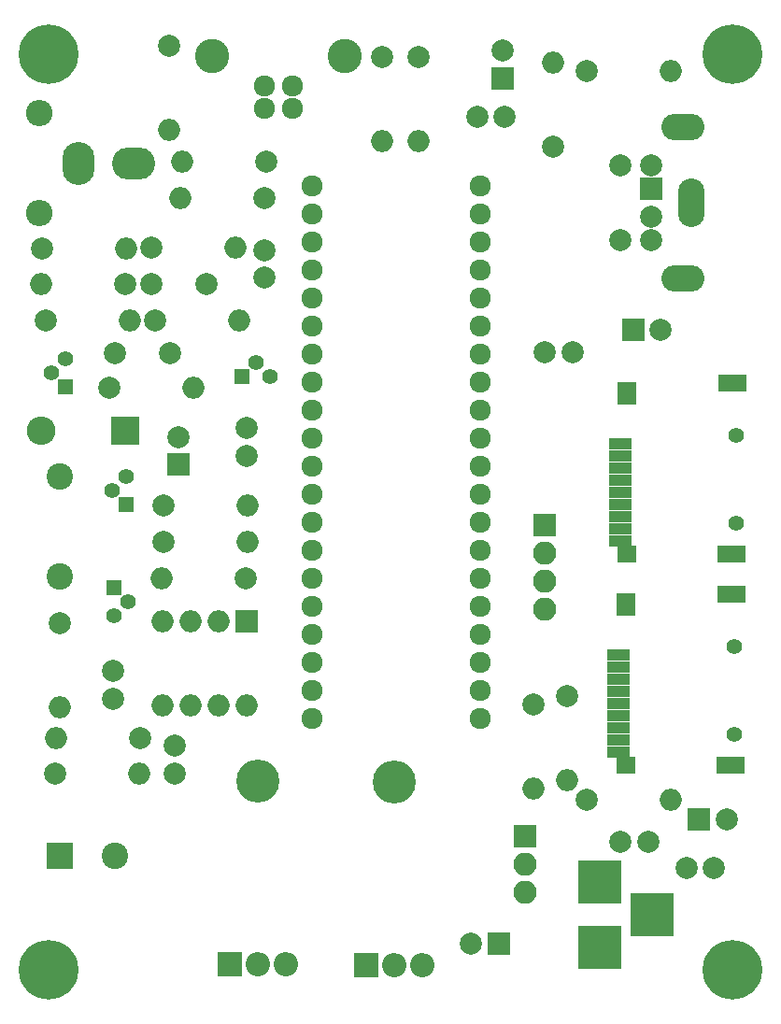
<source format=gbr>
G04 #@! TF.FileFunction,Soldermask,Top*
%FSLAX46Y46*%
G04 Gerber Fmt 4.6, Leading zero omitted, Abs format (unit mm)*
G04 Created by KiCad (PCBNEW 4.0.7) date 03/20/20 09:01:08*
%MOMM*%
%LPD*%
G01*
G04 APERTURE LIST*
%ADD10C,0.100000*%
%ADD11C,1.924000*%
%ADD12O,2.400000X2.400000*%
%ADD13O,2.900000X3.900000*%
%ADD14O,3.900000X2.900000*%
%ADD15R,2.000000X2.000000*%
%ADD16C,2.000000*%
%ADD17O,2.000000X2.000000*%
%ADD18R,2.400000X2.400000*%
%ADD19C,2.400000*%
%ADD20R,2.600000X2.600000*%
%ADD21O,2.600000X2.600000*%
%ADD22R,3.900000X3.900000*%
%ADD23R,2.100000X2.100000*%
%ADD24O,2.100000X2.100000*%
%ADD25O,3.900000X2.400000*%
%ADD26O,2.400000X4.400000*%
%ADD27R,2.000000X1.100000*%
%ADD28R,1.800000X1.600000*%
%ADD29R,1.800000X2.000000*%
%ADD30R,2.600000X1.600000*%
%ADD31C,1.400000*%
%ADD32C,5.400000*%
%ADD33R,1.400000X1.400000*%
%ADD34O,3.900000X3.900000*%
%ADD35R,2.200000X2.200000*%
%ADD36O,2.200000X2.200000*%
%ADD37C,1.920000*%
%ADD38C,3.100000*%
G04 APERTURE END LIST*
D10*
D11*
X137922000Y-75946000D03*
X137922000Y-78486000D03*
X137922000Y-81026000D03*
X137922000Y-83566000D03*
X137922000Y-86106000D03*
X137922000Y-88646000D03*
X137922000Y-91186000D03*
X137922000Y-93726000D03*
X137922000Y-96266000D03*
X137922000Y-98806000D03*
X137922000Y-101346000D03*
X137922000Y-103886000D03*
X137922000Y-106426000D03*
X137922000Y-108966000D03*
X137922000Y-111506000D03*
X137922000Y-114046000D03*
X137922000Y-116586000D03*
X137922000Y-119126000D03*
X137922000Y-121666000D03*
X137922000Y-124206000D03*
X153162000Y-75946000D03*
X153162000Y-78486000D03*
X153162000Y-81026000D03*
X153162000Y-83566000D03*
X153162000Y-86106000D03*
X153162000Y-88646000D03*
X153162000Y-91186000D03*
X153162000Y-93726000D03*
X153162000Y-96266000D03*
X153162000Y-98806000D03*
X153162000Y-101346000D03*
X153162000Y-103886000D03*
X153162000Y-106426000D03*
X153162000Y-108966000D03*
X153162000Y-111506000D03*
X153162000Y-114046000D03*
X153162000Y-116586000D03*
X153162000Y-119126000D03*
X153162000Y-121666000D03*
X153162000Y-124206000D03*
D12*
X113200000Y-78400000D03*
X113200000Y-69400000D03*
D13*
X116700000Y-73900000D03*
D14*
X121700000Y-73900000D03*
D15*
X155200000Y-66200000D03*
D16*
X155200000Y-63700000D03*
X125425000Y-126700000D03*
X125425000Y-129200000D03*
X122275000Y-126025000D03*
D17*
X114655000Y-126025000D03*
D16*
X159000000Y-91000000D03*
X161500000Y-91000000D03*
X165862000Y-135382000D03*
X168362000Y-135382000D03*
D15*
X172974000Y-133350000D03*
D16*
X175474000Y-133350000D03*
D15*
X167000000Y-89000000D03*
D16*
X169500000Y-89000000D03*
X119888000Y-122428000D03*
X119888000Y-119928000D03*
D15*
X154800000Y-144600000D03*
D16*
X152300000Y-144600000D03*
D18*
X115062000Y-136652000D03*
D19*
X120062000Y-136652000D03*
D15*
X125775000Y-101200000D03*
D16*
X125775000Y-98700000D03*
X128300000Y-84875000D03*
X123300000Y-84875000D03*
D20*
X120925000Y-98150000D03*
D21*
X113305000Y-98150000D03*
D22*
X164000000Y-139000000D03*
X164000000Y-145000000D03*
X168700000Y-142000000D03*
D23*
X157226000Y-134874000D03*
D24*
X157226000Y-137414000D03*
X157226000Y-139954000D03*
D25*
X171506000Y-84350000D03*
X171506000Y-70650000D03*
D15*
X168656000Y-76200000D03*
D16*
X168656000Y-78800000D03*
X168656000Y-74100000D03*
X168656000Y-80900000D03*
X165856000Y-74100000D03*
X165856000Y-80900000D03*
D26*
X172306000Y-77500000D03*
D16*
X159766000Y-72390000D03*
D17*
X159766000Y-64770000D03*
D16*
X162814000Y-65532000D03*
D17*
X170434000Y-65532000D03*
D16*
X114600000Y-129200000D03*
D17*
X122220000Y-129200000D03*
D16*
X131850000Y-111500000D03*
D17*
X124230000Y-111500000D03*
D16*
X133750000Y-73800000D03*
D17*
X126130000Y-73800000D03*
D16*
X133600000Y-77050000D03*
D17*
X125980000Y-77050000D03*
D16*
X121000000Y-84850000D03*
D17*
X113380000Y-84850000D03*
D16*
X123300000Y-81575000D03*
D17*
X130920000Y-81575000D03*
D16*
X113400000Y-81675000D03*
D17*
X121020000Y-81675000D03*
D27*
X165700000Y-126200000D03*
X165700000Y-125100000D03*
X165700000Y-124000000D03*
X165700000Y-122900000D03*
X165700000Y-121800000D03*
X165700000Y-120700000D03*
X165700000Y-119600000D03*
X165700000Y-118500000D03*
D28*
X166300000Y-128500000D03*
D29*
X166300000Y-113900000D03*
D30*
X175900000Y-113000000D03*
X175800000Y-128500000D03*
D27*
X165700000Y-127300000D03*
D31*
X176200000Y-125700000D03*
X176200000Y-117700000D03*
D27*
X165825000Y-107050000D03*
X165825000Y-105950000D03*
X165825000Y-104850000D03*
X165825000Y-103750000D03*
X165825000Y-102650000D03*
X165825000Y-101550000D03*
X165825000Y-100450000D03*
X165825000Y-99350000D03*
D28*
X166425000Y-109350000D03*
D29*
X166425000Y-94750000D03*
D30*
X176025000Y-93850000D03*
X175925000Y-109350000D03*
D27*
X165825000Y-108150000D03*
D31*
X176325000Y-106550000D03*
X176325000Y-98550000D03*
D15*
X132000000Y-115450000D03*
D17*
X124380000Y-123070000D03*
X129460000Y-115450000D03*
X126920000Y-123070000D03*
X126920000Y-115450000D03*
X129460000Y-123070000D03*
X124380000Y-115450000D03*
X132000000Y-123070000D03*
D32*
X114000000Y-64000000D03*
X114000000Y-147000000D03*
X176000000Y-147000000D03*
X176000000Y-64000000D03*
D19*
X115000000Y-111325000D03*
X115000000Y-102325000D03*
D31*
X119755000Y-103555000D03*
X121025000Y-102285000D03*
D33*
X121025000Y-104825000D03*
D31*
X121220000Y-113670000D03*
X119950000Y-114940000D03*
D33*
X119950000Y-112400000D03*
D31*
X132842000Y-91948000D03*
X134112000Y-93218000D03*
D33*
X131572000Y-93218000D03*
D16*
X115000000Y-115600000D03*
D17*
X115000000Y-123220000D03*
D16*
X124450000Y-104950000D03*
D17*
X132070000Y-104950000D03*
D16*
X124450000Y-108225000D03*
D17*
X132070000Y-108225000D03*
D34*
X132965000Y-129865000D03*
D35*
X130425000Y-146525000D03*
D36*
X132965000Y-146525000D03*
X135505000Y-146525000D03*
D34*
X145340000Y-129940000D03*
D35*
X142800000Y-146600000D03*
D36*
X145340000Y-146600000D03*
X147880000Y-146600000D03*
D16*
X171825000Y-137775000D03*
X174325000Y-137775000D03*
X124968000Y-63246000D03*
D17*
X124968000Y-70866000D03*
D16*
X155350000Y-69700000D03*
X152850000Y-69700000D03*
D37*
X136090000Y-68900000D03*
X133550000Y-68900000D03*
X133550000Y-66900000D03*
X136090000Y-66900000D03*
D38*
X140820000Y-64200000D03*
X128820000Y-64200000D03*
D16*
X144272000Y-64262000D03*
D17*
X144272000Y-71882000D03*
D16*
X147574000Y-64262000D03*
D17*
X147574000Y-71882000D03*
D16*
X133604000Y-81788000D03*
X133604000Y-84288000D03*
X120000000Y-91140000D03*
X125000000Y-91140000D03*
D31*
X114230000Y-92890000D03*
X115500000Y-91620000D03*
D33*
X115500000Y-94160000D03*
D16*
X123698000Y-88138000D03*
D17*
X131318000Y-88138000D03*
D16*
X113792000Y-88138000D03*
D17*
X121412000Y-88138000D03*
D16*
X119500000Y-94270000D03*
D17*
X127120000Y-94270000D03*
D16*
X131950000Y-97925000D03*
X131950000Y-100425000D03*
D23*
X159004000Y-106680000D03*
D24*
X159004000Y-109220000D03*
X159004000Y-111760000D03*
X159004000Y-114300000D03*
D16*
X157988000Y-122936000D03*
D17*
X157988000Y-130556000D03*
D16*
X162814000Y-131572000D03*
D17*
X170434000Y-131572000D03*
D16*
X161036000Y-122174000D03*
D17*
X161036000Y-129794000D03*
M02*

</source>
